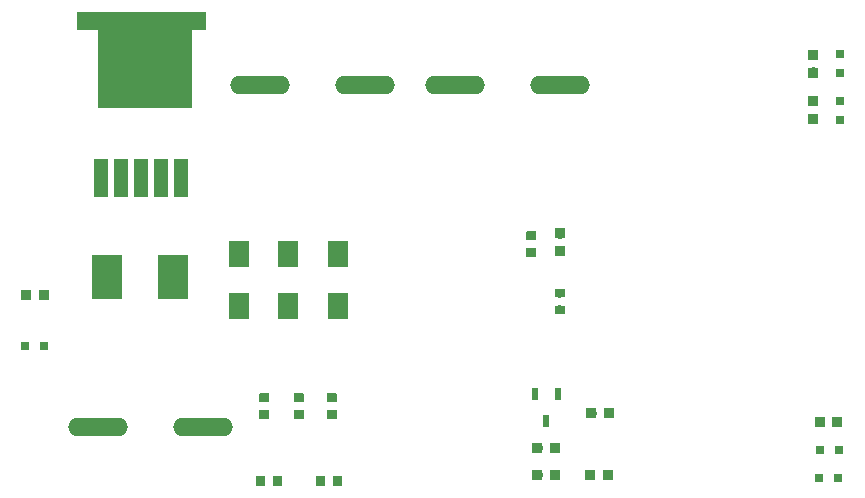
<source format=gtp>
G04*
G04 #@! TF.GenerationSoftware,Altium Limited,Altium Designer,20.2.6 (244)*
G04*
G04 Layer_Color=8421504*
%FSLAX24Y24*%
%MOIN*%
G70*
G04*
G04 #@! TF.SameCoordinates,601DEEF6-7E2B-4F85-A560-B3D03E394376*
G04*
G04*
G04 #@! TF.FilePolarity,Positive*
G04*
G01*
G75*
%ADD14R,0.0354X0.0315*%
%ADD15R,0.0340X0.0318*%
%ADD16R,0.0209X0.0421*%
%ADD17R,0.0318X0.0340*%
%ADD18R,0.0315X0.0315*%
%ADD19R,0.0315X0.0315*%
%ADD20R,0.0984X0.1496*%
%ADD21O,0.2000X0.0600*%
%ADD22R,0.0453X0.1260*%
%ADD23C,0.0600*%
%ADD24R,0.0315X0.0354*%
%ADD25R,0.0669X0.0860*%
G36*
X38670Y46432D02*
Y46234D01*
X38554Y46126D01*
X38446D01*
X38330Y46234D01*
Y46432D01*
X38355Y46457D01*
X38645D01*
X38670Y46432D01*
D02*
G37*
G36*
Y45770D02*
Y45572D01*
X38645Y45546D01*
X38355D01*
X38330Y45572D01*
Y45770D01*
X38446Y45878D01*
X38554D01*
X38670Y45770D01*
D02*
G37*
G36*
Y44889D02*
Y44691D01*
X38554Y44583D01*
X38446D01*
X38330Y44691D01*
Y44889D01*
X38355Y44915D01*
X38645D01*
X38670Y44889D01*
D02*
G37*
G36*
X18250Y47143D02*
X17800D01*
Y44543D01*
X14650D01*
Y47143D01*
X13950D01*
Y47743D01*
X18250D01*
Y47143D01*
D02*
G37*
G36*
X38670Y44227D02*
Y44029D01*
X38645Y44004D01*
X38355D01*
X38330Y44029D01*
Y44227D01*
X38446Y44335D01*
X38554D01*
X38670Y44227D01*
D02*
G37*
G36*
X30220Y40480D02*
Y40282D01*
X30104Y40174D01*
X29996D01*
X29880Y40282D01*
Y40480D01*
X29905Y40505D01*
X30195D01*
X30220Y40480D01*
D02*
G37*
G36*
X29270Y40399D02*
Y40283D01*
X29154Y40124D01*
X29046D01*
X28930Y40283D01*
Y40399D01*
X28955Y40424D01*
X29245D01*
X29270Y40399D01*
D02*
G37*
G36*
X30220Y39818D02*
Y39620D01*
X30195Y39595D01*
X29905D01*
X29880Y39620D01*
Y39818D01*
X29996Y39926D01*
X30104D01*
X30220Y39818D01*
D02*
G37*
G36*
X29270Y39717D02*
Y39601D01*
X29245Y39576D01*
X28955D01*
X28930Y39601D01*
Y39717D01*
X29046Y39876D01*
X29154D01*
X29270Y39717D01*
D02*
G37*
G36*
X30220Y38475D02*
Y38358D01*
X30104Y38200D01*
X29996D01*
X29880Y38358D01*
Y38475D01*
X29905Y38500D01*
X30195D01*
X30220Y38475D01*
D02*
G37*
G36*
X13005Y38445D02*
Y38155D01*
X12980Y38130D01*
X12782D01*
X12674Y38246D01*
Y38354D01*
X12782Y38470D01*
X12980D01*
X13005Y38445D01*
D02*
G37*
G36*
X12426Y38354D02*
Y38246D01*
X12318Y38130D01*
X12120D01*
X12095Y38155D01*
Y38445D01*
X12120Y38470D01*
X12318D01*
X12426Y38354D01*
D02*
G37*
G36*
X30220Y37793D02*
Y37676D01*
X30195Y37651D01*
X29905D01*
X29880Y37676D01*
Y37793D01*
X29996Y37952D01*
X30104D01*
X30220Y37793D01*
D02*
G37*
G36*
X22620Y34999D02*
Y34883D01*
X22504Y34724D01*
X22396D01*
X22280Y34883D01*
Y34999D01*
X22305Y35024D01*
X22595D01*
X22620Y34999D01*
D02*
G37*
G36*
X21520D02*
Y34883D01*
X21404Y34724D01*
X21296D01*
X21180Y34883D01*
Y34999D01*
X21205Y35024D01*
X21495D01*
X21520Y34999D01*
D02*
G37*
G36*
X20370D02*
Y34883D01*
X20254Y34724D01*
X20146D01*
X20030Y34883D01*
Y34999D01*
X20055Y35024D01*
X20345D01*
X20370Y34999D01*
D02*
G37*
G36*
X31855Y34495D02*
Y34205D01*
X31830Y34180D01*
X31632D01*
X31524Y34296D01*
Y34404D01*
X31632Y34520D01*
X31830D01*
X31855Y34495D01*
D02*
G37*
G36*
X31276Y34404D02*
Y34296D01*
X31168Y34180D01*
X30970D01*
X30945Y34205D01*
Y34495D01*
X30970Y34520D01*
X31168D01*
X31276Y34404D01*
D02*
G37*
G36*
X22620Y34317D02*
Y34201D01*
X22595Y34176D01*
X22305D01*
X22280Y34201D01*
Y34317D01*
X22396Y34476D01*
X22504D01*
X22620Y34317D01*
D02*
G37*
G36*
X21520D02*
Y34201D01*
X21495Y34176D01*
X21205D01*
X21180Y34201D01*
Y34317D01*
X21296Y34476D01*
X21404D01*
X21520Y34317D01*
D02*
G37*
G36*
X20370D02*
Y34201D01*
X20345Y34176D01*
X20055D01*
X20030Y34201D01*
Y34317D01*
X20146Y34476D01*
X20254D01*
X20370Y34317D01*
D02*
G37*
G36*
X39465Y34195D02*
Y33905D01*
X39439Y33880D01*
X39241D01*
X39133Y33996D01*
Y34104D01*
X39241Y34220D01*
X39439D01*
X39465Y34195D01*
D02*
G37*
G36*
X38885Y34104D02*
Y33996D01*
X38777Y33880D01*
X38579D01*
X38554Y33905D01*
Y34195D01*
X38579Y34220D01*
X38777D01*
X38885Y34104D01*
D02*
G37*
G36*
X30055Y33345D02*
Y33055D01*
X30030Y33030D01*
X29832D01*
X29724Y33146D01*
Y33254D01*
X29832Y33370D01*
X30030D01*
X30055Y33345D01*
D02*
G37*
G36*
X29476Y33254D02*
Y33146D01*
X29368Y33030D01*
X29170D01*
X29145Y33055D01*
Y33345D01*
X29170Y33370D01*
X29368D01*
X29476Y33254D01*
D02*
G37*
G36*
X31805Y32445D02*
Y32155D01*
X31780Y32130D01*
X31582D01*
X31474Y32246D01*
Y32354D01*
X31582Y32470D01*
X31780D01*
X31805Y32445D01*
D02*
G37*
G36*
X31226Y32354D02*
Y32246D01*
X31118Y32130D01*
X30920D01*
X30895Y32155D01*
Y32445D01*
X30920Y32470D01*
X31118D01*
X31226Y32354D01*
D02*
G37*
G36*
X30055Y32445D02*
Y32155D01*
X30030Y32130D01*
X29832D01*
X29724Y32246D01*
Y32354D01*
X29832Y32470D01*
X30030D01*
X30055Y32445D01*
D02*
G37*
G36*
X29476Y32354D02*
Y32246D01*
X29368Y32130D01*
X29170D01*
X29145Y32155D01*
Y32445D01*
X29170Y32470D01*
X29368D01*
X29476Y32354D01*
D02*
G37*
G36*
X22774Y32245D02*
Y31955D01*
X22749Y31930D01*
X22633D01*
X22474Y32046D01*
Y32154D01*
X22633Y32270D01*
X22749D01*
X22774Y32245D01*
D02*
G37*
G36*
X22226Y32154D02*
Y32046D01*
X22067Y31930D01*
X21951D01*
X21926Y31955D01*
Y32245D01*
X21951Y32270D01*
X22067D01*
X22226Y32154D01*
D02*
G37*
G36*
X20774Y32245D02*
Y31955D01*
X20749Y31930D01*
X20633D01*
X20474Y32046D01*
Y32154D01*
X20633Y32270D01*
X20749D01*
X20774Y32245D01*
D02*
G37*
G36*
X20226Y32154D02*
Y32046D01*
X20067Y31930D01*
X19951D01*
X19926Y31955D01*
Y32245D01*
X19951Y32270D01*
X20067D01*
X20226Y32154D01*
D02*
G37*
D14*
X21350Y34324D02*
D03*
Y34876D02*
D03*
X20200Y34324D02*
D03*
Y34876D02*
D03*
X30050Y38351D02*
D03*
Y37800D02*
D03*
X22450Y34324D02*
D03*
Y34876D02*
D03*
X29100Y40276D02*
D03*
Y39724D02*
D03*
D15*
X30050Y39753D02*
D03*
Y40347D02*
D03*
X38500Y46298D02*
D03*
Y45705D02*
D03*
Y44163D02*
D03*
Y44756D02*
D03*
D16*
X29974Y34997D02*
D03*
X29226D02*
D03*
X29600Y34103D02*
D03*
D17*
X31103Y34350D02*
D03*
X31697D02*
D03*
X31053Y32300D02*
D03*
X31647D02*
D03*
X29303Y33200D02*
D03*
X29897D02*
D03*
X29303Y32300D02*
D03*
X29897D02*
D03*
X38713Y34050D02*
D03*
X39306D02*
D03*
X12253Y38300D02*
D03*
X12847D02*
D03*
D18*
X38696Y32199D02*
D03*
X39326Y32201D02*
D03*
X39365Y33141D02*
D03*
X38735Y33138D02*
D03*
X12865Y36601D02*
D03*
X12235Y36599D02*
D03*
D19*
X39401Y45685D02*
D03*
X39399Y46315D02*
D03*
X39401Y44135D02*
D03*
X39399Y44765D02*
D03*
D20*
X17152Y38900D02*
D03*
X14948D02*
D03*
D21*
X20050Y45300D02*
D03*
X23550D02*
D03*
X18150Y33900D02*
D03*
X14650D02*
D03*
X26550Y45300D02*
D03*
X30050D02*
D03*
D22*
X14760Y42200D02*
D03*
X16100D02*
D03*
X15430D02*
D03*
X16770D02*
D03*
X17440D02*
D03*
D23*
X16150Y47300D02*
D03*
D24*
X20626Y32100D02*
D03*
X20074D02*
D03*
X22074D02*
D03*
X22626D02*
D03*
D25*
X20993Y39666D02*
D03*
Y37934D02*
D03*
X19350D02*
D03*
Y39666D02*
D03*
X22650Y37934D02*
D03*
Y39666D02*
D03*
M02*

</source>
